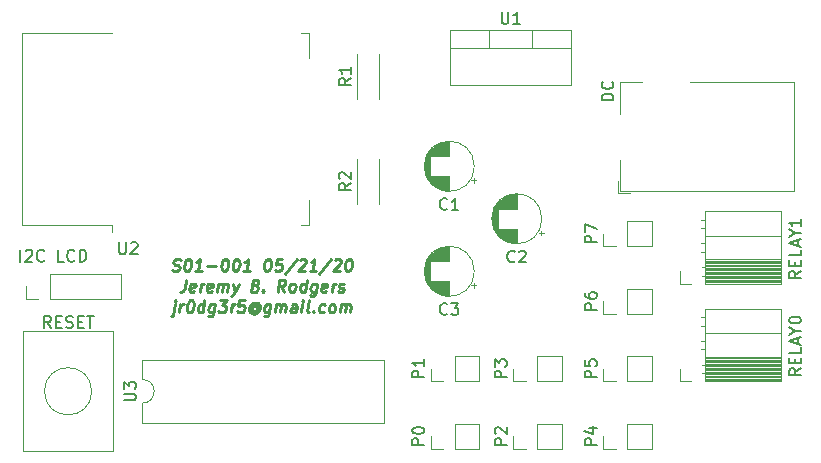
<source format=gbr>
G04 #@! TF.GenerationSoftware,KiCad,Pcbnew,(5.1.5-0-10_14)*
G04 #@! TF.CreationDate,2020-05-21T12:23:14-05:00*
G04 #@! TF.ProjectId,esp12e-oven,65737031-3265-42d6-9f76-656e2e6b6963,rev?*
G04 #@! TF.SameCoordinates,Original*
G04 #@! TF.FileFunction,Legend,Top*
G04 #@! TF.FilePolarity,Positive*
%FSLAX46Y46*%
G04 Gerber Fmt 4.6, Leading zero omitted, Abs format (unit mm)*
G04 Created by KiCad (PCBNEW (5.1.5-0-10_14)) date 2020-05-21 12:23:14*
%MOMM*%
%LPD*%
G04 APERTURE LIST*
%ADD10C,0.250000*%
%ADD11C,0.120000*%
%ADD12C,0.150000*%
G04 APERTURE END LIST*
D10*
X50111413Y-54534761D02*
X50248318Y-54582380D01*
X50486413Y-54582380D01*
X50587604Y-54534761D01*
X50641175Y-54487142D01*
X50700699Y-54391904D01*
X50712604Y-54296666D01*
X50676889Y-54201428D01*
X50635223Y-54153809D01*
X50545937Y-54106190D01*
X50361413Y-54058571D01*
X50272127Y-54010952D01*
X50230461Y-53963333D01*
X50194747Y-53868095D01*
X50206651Y-53772857D01*
X50266175Y-53677619D01*
X50319747Y-53630000D01*
X50420937Y-53582380D01*
X50659032Y-53582380D01*
X50795937Y-53630000D01*
X51420937Y-53582380D02*
X51516175Y-53582380D01*
X51605461Y-53630000D01*
X51647127Y-53677619D01*
X51682842Y-53772857D01*
X51706651Y-53963333D01*
X51676889Y-54201428D01*
X51605461Y-54391904D01*
X51545937Y-54487142D01*
X51492366Y-54534761D01*
X51391175Y-54582380D01*
X51295937Y-54582380D01*
X51206651Y-54534761D01*
X51164985Y-54487142D01*
X51129270Y-54391904D01*
X51105461Y-54201428D01*
X51135223Y-53963333D01*
X51206651Y-53772857D01*
X51266175Y-53677619D01*
X51319747Y-53630000D01*
X51420937Y-53582380D01*
X52581651Y-54582380D02*
X52010223Y-54582380D01*
X52295937Y-54582380D02*
X52420937Y-53582380D01*
X52307842Y-53725238D01*
X52200699Y-53820476D01*
X52099508Y-53868095D01*
X53057842Y-54201428D02*
X53819747Y-54201428D01*
X54563794Y-53582380D02*
X54659032Y-53582380D01*
X54748318Y-53630000D01*
X54789985Y-53677619D01*
X54825699Y-53772857D01*
X54849508Y-53963333D01*
X54819747Y-54201428D01*
X54748318Y-54391904D01*
X54688794Y-54487142D01*
X54635223Y-54534761D01*
X54534032Y-54582380D01*
X54438794Y-54582380D01*
X54349508Y-54534761D01*
X54307842Y-54487142D01*
X54272127Y-54391904D01*
X54248318Y-54201428D01*
X54278080Y-53963333D01*
X54349508Y-53772857D01*
X54409032Y-53677619D01*
X54462604Y-53630000D01*
X54563794Y-53582380D01*
X55516175Y-53582380D02*
X55611413Y-53582380D01*
X55700699Y-53630000D01*
X55742366Y-53677619D01*
X55778080Y-53772857D01*
X55801889Y-53963333D01*
X55772127Y-54201428D01*
X55700699Y-54391904D01*
X55641175Y-54487142D01*
X55587604Y-54534761D01*
X55486413Y-54582380D01*
X55391175Y-54582380D01*
X55301889Y-54534761D01*
X55260223Y-54487142D01*
X55224508Y-54391904D01*
X55200699Y-54201428D01*
X55230461Y-53963333D01*
X55301889Y-53772857D01*
X55361413Y-53677619D01*
X55414985Y-53630000D01*
X55516175Y-53582380D01*
X56676889Y-54582380D02*
X56105461Y-54582380D01*
X56391175Y-54582380D02*
X56516175Y-53582380D01*
X56403080Y-53725238D01*
X56295937Y-53820476D01*
X56194747Y-53868095D01*
X58182842Y-53582380D02*
X58278080Y-53582380D01*
X58367366Y-53630000D01*
X58409032Y-53677619D01*
X58444747Y-53772857D01*
X58468556Y-53963333D01*
X58438794Y-54201428D01*
X58367366Y-54391904D01*
X58307842Y-54487142D01*
X58254270Y-54534761D01*
X58153080Y-54582380D01*
X58057842Y-54582380D01*
X57968556Y-54534761D01*
X57926889Y-54487142D01*
X57891175Y-54391904D01*
X57867366Y-54201428D01*
X57897127Y-53963333D01*
X57968556Y-53772857D01*
X58028080Y-53677619D01*
X58081651Y-53630000D01*
X58182842Y-53582380D01*
X59420937Y-53582380D02*
X58944747Y-53582380D01*
X58837604Y-54058571D01*
X58891175Y-54010952D01*
X58992366Y-53963333D01*
X59230461Y-53963333D01*
X59319747Y-54010952D01*
X59361413Y-54058571D01*
X59397127Y-54153809D01*
X59367366Y-54391904D01*
X59307842Y-54487142D01*
X59254270Y-54534761D01*
X59153080Y-54582380D01*
X58914985Y-54582380D01*
X58825699Y-54534761D01*
X58784032Y-54487142D01*
X60617366Y-53534761D02*
X59599508Y-54820476D01*
X60885223Y-53677619D02*
X60938794Y-53630000D01*
X61039985Y-53582380D01*
X61278080Y-53582380D01*
X61367366Y-53630000D01*
X61409032Y-53677619D01*
X61444747Y-53772857D01*
X61432842Y-53868095D01*
X61367366Y-54010952D01*
X60724508Y-54582380D01*
X61343556Y-54582380D01*
X62295937Y-54582380D02*
X61724508Y-54582380D01*
X62010223Y-54582380D02*
X62135223Y-53582380D01*
X62022127Y-53725238D01*
X61914985Y-53820476D01*
X61813794Y-53868095D01*
X63569747Y-53534761D02*
X62551889Y-54820476D01*
X63837604Y-53677619D02*
X63891175Y-53630000D01*
X63992366Y-53582380D01*
X64230461Y-53582380D01*
X64319747Y-53630000D01*
X64361413Y-53677619D01*
X64397127Y-53772857D01*
X64385223Y-53868095D01*
X64319747Y-54010952D01*
X63676889Y-54582380D01*
X64295937Y-54582380D01*
X65039985Y-53582380D02*
X65135223Y-53582380D01*
X65224508Y-53630000D01*
X65266175Y-53677619D01*
X65301889Y-53772857D01*
X65325699Y-53963333D01*
X65295937Y-54201428D01*
X65224508Y-54391904D01*
X65164985Y-54487142D01*
X65111413Y-54534761D01*
X65010223Y-54582380D01*
X64914985Y-54582380D01*
X64825699Y-54534761D01*
X64784032Y-54487142D01*
X64748318Y-54391904D01*
X64724508Y-54201428D01*
X64754270Y-53963333D01*
X64825699Y-53772857D01*
X64885223Y-53677619D01*
X64938794Y-53630000D01*
X65039985Y-53582380D01*
X51230461Y-55332380D02*
X51141175Y-56046666D01*
X51075699Y-56189523D01*
X50968556Y-56284761D01*
X50819747Y-56332380D01*
X50724508Y-56332380D01*
X51968556Y-56284761D02*
X51867366Y-56332380D01*
X51676889Y-56332380D01*
X51587604Y-56284761D01*
X51551889Y-56189523D01*
X51599508Y-55808571D01*
X51659032Y-55713333D01*
X51760223Y-55665714D01*
X51950699Y-55665714D01*
X52039985Y-55713333D01*
X52075699Y-55808571D01*
X52063794Y-55903809D01*
X51575699Y-55999047D01*
X52438794Y-56332380D02*
X52522127Y-55665714D01*
X52498318Y-55856190D02*
X52557842Y-55760952D01*
X52611413Y-55713333D01*
X52712604Y-55665714D01*
X52807842Y-55665714D01*
X53444747Y-56284761D02*
X53343556Y-56332380D01*
X53153080Y-56332380D01*
X53063794Y-56284761D01*
X53028080Y-56189523D01*
X53075699Y-55808571D01*
X53135223Y-55713333D01*
X53236413Y-55665714D01*
X53426889Y-55665714D01*
X53516175Y-55713333D01*
X53551889Y-55808571D01*
X53539985Y-55903809D01*
X53051889Y-55999047D01*
X53914985Y-56332380D02*
X53998318Y-55665714D01*
X53986413Y-55760952D02*
X54039985Y-55713333D01*
X54141175Y-55665714D01*
X54284032Y-55665714D01*
X54373318Y-55713333D01*
X54409032Y-55808571D01*
X54343556Y-56332380D01*
X54409032Y-55808571D02*
X54468556Y-55713333D01*
X54569747Y-55665714D01*
X54712604Y-55665714D01*
X54801889Y-55713333D01*
X54837604Y-55808571D01*
X54772127Y-56332380D01*
X55236413Y-55665714D02*
X55391175Y-56332380D01*
X55712604Y-55665714D02*
X55391175Y-56332380D01*
X55266175Y-56570476D01*
X55212604Y-56618095D01*
X55111413Y-56665714D01*
X57170937Y-55808571D02*
X57307842Y-55856190D01*
X57349508Y-55903809D01*
X57385223Y-55999047D01*
X57367366Y-56141904D01*
X57307842Y-56237142D01*
X57254270Y-56284761D01*
X57153080Y-56332380D01*
X56772127Y-56332380D01*
X56897127Y-55332380D01*
X57230461Y-55332380D01*
X57319747Y-55380000D01*
X57361413Y-55427619D01*
X57397127Y-55522857D01*
X57385223Y-55618095D01*
X57325699Y-55713333D01*
X57272127Y-55760952D01*
X57170937Y-55808571D01*
X56837604Y-55808571D01*
X57784032Y-56237142D02*
X57825699Y-56284761D01*
X57772127Y-56332380D01*
X57730461Y-56284761D01*
X57784032Y-56237142D01*
X57772127Y-56332380D01*
X59581651Y-56332380D02*
X59307842Y-55856190D01*
X59010223Y-56332380D02*
X59135223Y-55332380D01*
X59516175Y-55332380D01*
X59605461Y-55380000D01*
X59647127Y-55427619D01*
X59682842Y-55522857D01*
X59664985Y-55665714D01*
X59605461Y-55760952D01*
X59551889Y-55808571D01*
X59450699Y-55856190D01*
X59069747Y-55856190D01*
X60153080Y-56332380D02*
X60063794Y-56284761D01*
X60022127Y-56237142D01*
X59986413Y-56141904D01*
X60022127Y-55856190D01*
X60081651Y-55760952D01*
X60135223Y-55713333D01*
X60236413Y-55665714D01*
X60379270Y-55665714D01*
X60468556Y-55713333D01*
X60510223Y-55760952D01*
X60545937Y-55856190D01*
X60510223Y-56141904D01*
X60450699Y-56237142D01*
X60397127Y-56284761D01*
X60295937Y-56332380D01*
X60153080Y-56332380D01*
X61343556Y-56332380D02*
X61468556Y-55332380D01*
X61349508Y-56284761D02*
X61248318Y-56332380D01*
X61057842Y-56332380D01*
X60968556Y-56284761D01*
X60926889Y-56237142D01*
X60891175Y-56141904D01*
X60926889Y-55856190D01*
X60986413Y-55760952D01*
X61039985Y-55713333D01*
X61141175Y-55665714D01*
X61331651Y-55665714D01*
X61420937Y-55713333D01*
X62331651Y-55665714D02*
X62230461Y-56475238D01*
X62170937Y-56570476D01*
X62117366Y-56618095D01*
X62016175Y-56665714D01*
X61873318Y-56665714D01*
X61784032Y-56618095D01*
X62254270Y-56284761D02*
X62153080Y-56332380D01*
X61962604Y-56332380D01*
X61873318Y-56284761D01*
X61831651Y-56237142D01*
X61795937Y-56141904D01*
X61831651Y-55856190D01*
X61891175Y-55760952D01*
X61944747Y-55713333D01*
X62045937Y-55665714D01*
X62236413Y-55665714D01*
X62325699Y-55713333D01*
X63111413Y-56284761D02*
X63010223Y-56332380D01*
X62819747Y-56332380D01*
X62730461Y-56284761D01*
X62694747Y-56189523D01*
X62742366Y-55808571D01*
X62801889Y-55713333D01*
X62903080Y-55665714D01*
X63093556Y-55665714D01*
X63182842Y-55713333D01*
X63218556Y-55808571D01*
X63206651Y-55903809D01*
X62718556Y-55999047D01*
X63581651Y-56332380D02*
X63664985Y-55665714D01*
X63641175Y-55856190D02*
X63700699Y-55760952D01*
X63754270Y-55713333D01*
X63855461Y-55665714D01*
X63950699Y-55665714D01*
X64159032Y-56284761D02*
X64248318Y-56332380D01*
X64438794Y-56332380D01*
X64539985Y-56284761D01*
X64599508Y-56189523D01*
X64605461Y-56141904D01*
X64569747Y-56046666D01*
X64480461Y-55999047D01*
X64337604Y-55999047D01*
X64248318Y-55951428D01*
X64212604Y-55856190D01*
X64218556Y-55808571D01*
X64278080Y-55713333D01*
X64379270Y-55665714D01*
X64522127Y-55665714D01*
X64611413Y-55713333D01*
X50307842Y-57415714D02*
X50200699Y-58272857D01*
X50141175Y-58368095D01*
X50039985Y-58415714D01*
X49992366Y-58415714D01*
X50349508Y-57082380D02*
X50295937Y-57130000D01*
X50337604Y-57177619D01*
X50391175Y-57130000D01*
X50349508Y-57082380D01*
X50337604Y-57177619D01*
X50700699Y-58082380D02*
X50784032Y-57415714D01*
X50760223Y-57606190D02*
X50819747Y-57510952D01*
X50873318Y-57463333D01*
X50974508Y-57415714D01*
X51069747Y-57415714D01*
X51635223Y-57082380D02*
X51730461Y-57082380D01*
X51819747Y-57130000D01*
X51861413Y-57177619D01*
X51897127Y-57272857D01*
X51920937Y-57463333D01*
X51891175Y-57701428D01*
X51819747Y-57891904D01*
X51760223Y-57987142D01*
X51706651Y-58034761D01*
X51605461Y-58082380D01*
X51510223Y-58082380D01*
X51420937Y-58034761D01*
X51379270Y-57987142D01*
X51343556Y-57891904D01*
X51319747Y-57701428D01*
X51349508Y-57463333D01*
X51420937Y-57272857D01*
X51480461Y-57177619D01*
X51534032Y-57130000D01*
X51635223Y-57082380D01*
X52700699Y-58082380D02*
X52825699Y-57082380D01*
X52706651Y-58034761D02*
X52605461Y-58082380D01*
X52414985Y-58082380D01*
X52325699Y-58034761D01*
X52284032Y-57987142D01*
X52248318Y-57891904D01*
X52284032Y-57606190D01*
X52343556Y-57510952D01*
X52397127Y-57463333D01*
X52498318Y-57415714D01*
X52688794Y-57415714D01*
X52778080Y-57463333D01*
X53688794Y-57415714D02*
X53587604Y-58225238D01*
X53528080Y-58320476D01*
X53474508Y-58368095D01*
X53373318Y-58415714D01*
X53230461Y-58415714D01*
X53141175Y-58368095D01*
X53611413Y-58034761D02*
X53510223Y-58082380D01*
X53319747Y-58082380D01*
X53230461Y-58034761D01*
X53188794Y-57987142D01*
X53153080Y-57891904D01*
X53188794Y-57606190D01*
X53248318Y-57510952D01*
X53301889Y-57463333D01*
X53403080Y-57415714D01*
X53593556Y-57415714D01*
X53682842Y-57463333D01*
X54111413Y-57082380D02*
X54730461Y-57082380D01*
X54349508Y-57463333D01*
X54492366Y-57463333D01*
X54581651Y-57510952D01*
X54623318Y-57558571D01*
X54659032Y-57653809D01*
X54629270Y-57891904D01*
X54569747Y-57987142D01*
X54516175Y-58034761D01*
X54414985Y-58082380D01*
X54129270Y-58082380D01*
X54039985Y-58034761D01*
X53998318Y-57987142D01*
X55034032Y-58082380D02*
X55117366Y-57415714D01*
X55093556Y-57606190D02*
X55153080Y-57510952D01*
X55206651Y-57463333D01*
X55307842Y-57415714D01*
X55403080Y-57415714D01*
X56254270Y-57082380D02*
X55778080Y-57082380D01*
X55670937Y-57558571D01*
X55724508Y-57510952D01*
X55825699Y-57463333D01*
X56063794Y-57463333D01*
X56153080Y-57510952D01*
X56194747Y-57558571D01*
X56230461Y-57653809D01*
X56200699Y-57891904D01*
X56141175Y-57987142D01*
X56087604Y-58034761D01*
X55986413Y-58082380D01*
X55748318Y-58082380D01*
X55659032Y-58034761D01*
X55617366Y-57987142D01*
X57284032Y-57606190D02*
X57242366Y-57558571D01*
X57153080Y-57510952D01*
X57057842Y-57510952D01*
X56956651Y-57558571D01*
X56903080Y-57606190D01*
X56843556Y-57701428D01*
X56831651Y-57796666D01*
X56867366Y-57891904D01*
X56909032Y-57939523D01*
X56998318Y-57987142D01*
X57093556Y-57987142D01*
X57194747Y-57939523D01*
X57248318Y-57891904D01*
X57295937Y-57510952D02*
X57248318Y-57891904D01*
X57289985Y-57939523D01*
X57337604Y-57939523D01*
X57438794Y-57891904D01*
X57498318Y-57796666D01*
X57528080Y-57558571D01*
X57450699Y-57415714D01*
X57319747Y-57320476D01*
X57135223Y-57272857D01*
X56938794Y-57320476D01*
X56784032Y-57415714D01*
X56670937Y-57558571D01*
X56599508Y-57749047D01*
X56623318Y-57939523D01*
X56700699Y-58082380D01*
X56831651Y-58177619D01*
X57016175Y-58225238D01*
X57212604Y-58177619D01*
X57367366Y-58082380D01*
X58403080Y-57415714D02*
X58301889Y-58225238D01*
X58242366Y-58320476D01*
X58188794Y-58368095D01*
X58087604Y-58415714D01*
X57944747Y-58415714D01*
X57855461Y-58368095D01*
X58325699Y-58034761D02*
X58224508Y-58082380D01*
X58034032Y-58082380D01*
X57944747Y-58034761D01*
X57903080Y-57987142D01*
X57867366Y-57891904D01*
X57903080Y-57606190D01*
X57962604Y-57510952D01*
X58016175Y-57463333D01*
X58117366Y-57415714D01*
X58307842Y-57415714D01*
X58397127Y-57463333D01*
X58795937Y-58082380D02*
X58879270Y-57415714D01*
X58867366Y-57510952D02*
X58920937Y-57463333D01*
X59022127Y-57415714D01*
X59164985Y-57415714D01*
X59254270Y-57463333D01*
X59289985Y-57558571D01*
X59224508Y-58082380D01*
X59289985Y-57558571D02*
X59349508Y-57463333D01*
X59450699Y-57415714D01*
X59593556Y-57415714D01*
X59682842Y-57463333D01*
X59718556Y-57558571D01*
X59653080Y-58082380D01*
X60557842Y-58082380D02*
X60623318Y-57558571D01*
X60587604Y-57463333D01*
X60498318Y-57415714D01*
X60307842Y-57415714D01*
X60206651Y-57463333D01*
X60563794Y-58034761D02*
X60462604Y-58082380D01*
X60224508Y-58082380D01*
X60135223Y-58034761D01*
X60099508Y-57939523D01*
X60111413Y-57844285D01*
X60170937Y-57749047D01*
X60272127Y-57701428D01*
X60510223Y-57701428D01*
X60611413Y-57653809D01*
X61034032Y-58082380D02*
X61117366Y-57415714D01*
X61159032Y-57082380D02*
X61105461Y-57130000D01*
X61147127Y-57177619D01*
X61200699Y-57130000D01*
X61159032Y-57082380D01*
X61147127Y-57177619D01*
X61653080Y-58082380D02*
X61563794Y-58034761D01*
X61528080Y-57939523D01*
X61635223Y-57082380D01*
X62045937Y-57987142D02*
X62087604Y-58034761D01*
X62034032Y-58082380D01*
X61992366Y-58034761D01*
X62045937Y-57987142D01*
X62034032Y-58082380D01*
X62944747Y-58034761D02*
X62843556Y-58082380D01*
X62653080Y-58082380D01*
X62563794Y-58034761D01*
X62522127Y-57987142D01*
X62486413Y-57891904D01*
X62522127Y-57606190D01*
X62581651Y-57510952D01*
X62635223Y-57463333D01*
X62736413Y-57415714D01*
X62926889Y-57415714D01*
X63016175Y-57463333D01*
X63510223Y-58082380D02*
X63420937Y-58034761D01*
X63379270Y-57987142D01*
X63343556Y-57891904D01*
X63379270Y-57606190D01*
X63438794Y-57510952D01*
X63492366Y-57463333D01*
X63593556Y-57415714D01*
X63736413Y-57415714D01*
X63825699Y-57463333D01*
X63867366Y-57510952D01*
X63903080Y-57606190D01*
X63867366Y-57891904D01*
X63807842Y-57987142D01*
X63754270Y-58034761D01*
X63653080Y-58082380D01*
X63510223Y-58082380D01*
X64272127Y-58082380D02*
X64355461Y-57415714D01*
X64343556Y-57510952D02*
X64397127Y-57463333D01*
X64498318Y-57415714D01*
X64641175Y-57415714D01*
X64730461Y-57463333D01*
X64766175Y-57558571D01*
X64700699Y-58082380D01*
X64766175Y-57558571D02*
X64825699Y-57463333D01*
X64926889Y-57415714D01*
X65069747Y-57415714D01*
X65159032Y-57463333D01*
X65194747Y-57558571D01*
X65129270Y-58082380D01*
D11*
X88000000Y-47780000D02*
X88000000Y-45180000D01*
X102700000Y-47780000D02*
X88000000Y-47780000D01*
X88000000Y-38580000D02*
X89900000Y-38580000D01*
X88000000Y-41280000D02*
X88000000Y-38580000D01*
X102700000Y-38580000D02*
X102700000Y-47780000D01*
X93900000Y-38580000D02*
X102700000Y-38580000D01*
X88850000Y-47980000D02*
X87800000Y-47980000D01*
X87800000Y-46930000D02*
X87800000Y-47980000D01*
X86570000Y-52495000D02*
X86570000Y-51435000D01*
X87630000Y-52495000D02*
X86570000Y-52495000D01*
X88630000Y-52495000D02*
X88630000Y-50375000D01*
X88630000Y-50375000D02*
X90690000Y-50375000D01*
X88630000Y-52495000D02*
X90690000Y-52495000D01*
X90690000Y-52495000D02*
X90690000Y-50375000D01*
X86570000Y-58210000D02*
X86570000Y-57150000D01*
X87630000Y-58210000D02*
X86570000Y-58210000D01*
X88630000Y-58210000D02*
X88630000Y-56090000D01*
X88630000Y-56090000D02*
X90690000Y-56090000D01*
X88630000Y-58210000D02*
X90690000Y-58210000D01*
X90690000Y-58210000D02*
X90690000Y-56090000D01*
X86570000Y-63925000D02*
X86570000Y-62865000D01*
X87630000Y-63925000D02*
X86570000Y-63925000D01*
X88630000Y-63925000D02*
X88630000Y-61805000D01*
X88630000Y-61805000D02*
X90690000Y-61805000D01*
X88630000Y-63925000D02*
X90690000Y-63925000D01*
X90690000Y-63925000D02*
X90690000Y-61805000D01*
X86570000Y-69640000D02*
X86570000Y-68580000D01*
X87630000Y-69640000D02*
X86570000Y-69640000D01*
X88630000Y-69640000D02*
X88630000Y-67520000D01*
X88630000Y-67520000D02*
X90690000Y-67520000D01*
X88630000Y-69640000D02*
X90690000Y-69640000D01*
X90690000Y-69640000D02*
X90690000Y-67520000D01*
X93980000Y-55670000D02*
X93045000Y-55670000D01*
X93045000Y-55670000D02*
X93045000Y-54610000D01*
X101660000Y-55670000D02*
X101660000Y-49550000D01*
X101660000Y-49550000D02*
X95190000Y-49550000D01*
X95190000Y-55670000D02*
X95190000Y-49550000D01*
X101660000Y-55670000D02*
X95190000Y-55670000D01*
X101660000Y-51610000D02*
X95190000Y-51610000D01*
X101660000Y-53610000D02*
X95190000Y-53610000D01*
X95190000Y-50250000D02*
X94842917Y-50250000D01*
X95190000Y-50970000D02*
X94842917Y-50970000D01*
X95190000Y-52250000D02*
X94842917Y-52250000D01*
X95190000Y-52970000D02*
X94842917Y-52970000D01*
X95190000Y-54250000D02*
X94915000Y-54250000D01*
X95190000Y-54970000D02*
X94915000Y-54970000D01*
X101660000Y-53724112D02*
X95190000Y-53724112D01*
X101660000Y-53838230D02*
X95190000Y-53838230D01*
X101660000Y-53952348D02*
X95190000Y-53952348D01*
X101660000Y-54066466D02*
X95190000Y-54066466D01*
X101660000Y-54180584D02*
X95190000Y-54180584D01*
X101660000Y-54294702D02*
X95190000Y-54294702D01*
X101660000Y-54408820D02*
X95190000Y-54408820D01*
X101660000Y-54522938D02*
X95190000Y-54522938D01*
X101660000Y-54637056D02*
X95190000Y-54637056D01*
X101660000Y-54751174D02*
X95190000Y-54751174D01*
X101660000Y-54865292D02*
X95190000Y-54865292D01*
X101660000Y-54979410D02*
X95190000Y-54979410D01*
X101660000Y-55093528D02*
X95190000Y-55093528D01*
X101660000Y-55207646D02*
X95190000Y-55207646D01*
X101660000Y-55321764D02*
X95190000Y-55321764D01*
X101660000Y-55435882D02*
X95190000Y-55435882D01*
X101660000Y-55550000D02*
X95190000Y-55550000D01*
X93980000Y-63925000D02*
X93045000Y-63925000D01*
X93045000Y-63925000D02*
X93045000Y-62865000D01*
X101660000Y-63925000D02*
X101660000Y-57805000D01*
X101660000Y-57805000D02*
X95190000Y-57805000D01*
X95190000Y-63925000D02*
X95190000Y-57805000D01*
X101660000Y-63925000D02*
X95190000Y-63925000D01*
X101660000Y-59865000D02*
X95190000Y-59865000D01*
X101660000Y-61865000D02*
X95190000Y-61865000D01*
X95190000Y-58505000D02*
X94842917Y-58505000D01*
X95190000Y-59225000D02*
X94842917Y-59225000D01*
X95190000Y-60505000D02*
X94842917Y-60505000D01*
X95190000Y-61225000D02*
X94842917Y-61225000D01*
X95190000Y-62505000D02*
X94915000Y-62505000D01*
X95190000Y-63225000D02*
X94915000Y-63225000D01*
X101660000Y-61979112D02*
X95190000Y-61979112D01*
X101660000Y-62093230D02*
X95190000Y-62093230D01*
X101660000Y-62207348D02*
X95190000Y-62207348D01*
X101660000Y-62321466D02*
X95190000Y-62321466D01*
X101660000Y-62435584D02*
X95190000Y-62435584D01*
X101660000Y-62549702D02*
X95190000Y-62549702D01*
X101660000Y-62663820D02*
X95190000Y-62663820D01*
X101660000Y-62777938D02*
X95190000Y-62777938D01*
X101660000Y-62892056D02*
X95190000Y-62892056D01*
X101660000Y-63006174D02*
X95190000Y-63006174D01*
X101660000Y-63120292D02*
X95190000Y-63120292D01*
X101660000Y-63234410D02*
X95190000Y-63234410D01*
X101660000Y-63348528D02*
X95190000Y-63348528D01*
X101660000Y-63462646D02*
X95190000Y-63462646D01*
X101660000Y-63576764D02*
X95190000Y-63576764D01*
X101660000Y-63690882D02*
X95190000Y-63690882D01*
X101660000Y-63805000D02*
X95190000Y-63805000D01*
X78950000Y-63925000D02*
X78950000Y-62865000D01*
X80010000Y-63925000D02*
X78950000Y-63925000D01*
X81010000Y-63925000D02*
X81010000Y-61805000D01*
X81010000Y-61805000D02*
X83070000Y-61805000D01*
X81010000Y-63925000D02*
X83070000Y-63925000D01*
X83070000Y-63925000D02*
X83070000Y-61805000D01*
X78950000Y-69640000D02*
X78950000Y-68580000D01*
X80010000Y-69640000D02*
X78950000Y-69640000D01*
X81010000Y-69640000D02*
X81010000Y-67520000D01*
X81010000Y-67520000D02*
X83070000Y-67520000D01*
X81010000Y-69640000D02*
X83070000Y-69640000D01*
X83070000Y-69640000D02*
X83070000Y-67520000D01*
X37675000Y-56940000D02*
X37675000Y-55880000D01*
X38735000Y-56940000D02*
X37675000Y-56940000D01*
X39735000Y-56940000D02*
X39735000Y-54820000D01*
X39735000Y-54820000D02*
X45795000Y-54820000D01*
X39735000Y-56940000D02*
X45795000Y-56940000D01*
X45795000Y-56940000D02*
X45795000Y-54820000D01*
X67595000Y-48910000D02*
X67595000Y-45070000D01*
X65755000Y-48910000D02*
X65755000Y-45070000D01*
X45030000Y-50665000D02*
X45030000Y-51275000D01*
X45030000Y-50665000D02*
X37410000Y-50665000D01*
X61650000Y-50665000D02*
X61030000Y-50665000D01*
X61650000Y-48545000D02*
X61650000Y-50665000D01*
X61650000Y-34425000D02*
X61650000Y-36545000D01*
X61030000Y-34425000D02*
X61650000Y-34425000D01*
X37410000Y-34425000D02*
X45030000Y-34425000D01*
X37410000Y-50665000D02*
X37410000Y-34425000D01*
X75614801Y-56005000D02*
X75614801Y-55605000D01*
X75814801Y-55805000D02*
X75414801Y-55805000D01*
X71464000Y-54980000D02*
X71464000Y-54240000D01*
X71504000Y-55147000D02*
X71504000Y-54073000D01*
X71544000Y-55274000D02*
X71544000Y-53946000D01*
X71584000Y-55378000D02*
X71584000Y-53842000D01*
X71624000Y-55469000D02*
X71624000Y-53751000D01*
X71664000Y-55550000D02*
X71664000Y-53670000D01*
X71704000Y-55623000D02*
X71704000Y-53597000D01*
X71744000Y-55690000D02*
X71744000Y-53530000D01*
X71784000Y-55752000D02*
X71784000Y-53468000D01*
X71824000Y-55810000D02*
X71824000Y-53410000D01*
X71864000Y-55864000D02*
X71864000Y-53356000D01*
X71904000Y-55914000D02*
X71904000Y-53306000D01*
X71944000Y-55961000D02*
X71944000Y-53259000D01*
X71984000Y-53770000D02*
X71984000Y-53214000D01*
X71984000Y-56006000D02*
X71984000Y-55450000D01*
X72024000Y-53770000D02*
X72024000Y-53172000D01*
X72024000Y-56048000D02*
X72024000Y-55450000D01*
X72064000Y-53770000D02*
X72064000Y-53132000D01*
X72064000Y-56088000D02*
X72064000Y-55450000D01*
X72104000Y-53770000D02*
X72104000Y-53094000D01*
X72104000Y-56126000D02*
X72104000Y-55450000D01*
X72144000Y-53770000D02*
X72144000Y-53058000D01*
X72144000Y-56162000D02*
X72144000Y-55450000D01*
X72184000Y-53770000D02*
X72184000Y-53023000D01*
X72184000Y-56197000D02*
X72184000Y-55450000D01*
X72224000Y-53770000D02*
X72224000Y-52991000D01*
X72224000Y-56229000D02*
X72224000Y-55450000D01*
X72264000Y-53770000D02*
X72264000Y-52960000D01*
X72264000Y-56260000D02*
X72264000Y-55450000D01*
X72304000Y-53770000D02*
X72304000Y-52930000D01*
X72304000Y-56290000D02*
X72304000Y-55450000D01*
X72344000Y-53770000D02*
X72344000Y-52902000D01*
X72344000Y-56318000D02*
X72344000Y-55450000D01*
X72384000Y-53770000D02*
X72384000Y-52875000D01*
X72384000Y-56345000D02*
X72384000Y-55450000D01*
X72424000Y-53770000D02*
X72424000Y-52850000D01*
X72424000Y-56370000D02*
X72424000Y-55450000D01*
X72464000Y-53770000D02*
X72464000Y-52825000D01*
X72464000Y-56395000D02*
X72464000Y-55450000D01*
X72504000Y-53770000D02*
X72504000Y-52802000D01*
X72504000Y-56418000D02*
X72504000Y-55450000D01*
X72544000Y-53770000D02*
X72544000Y-52780000D01*
X72544000Y-56440000D02*
X72544000Y-55450000D01*
X72584000Y-53770000D02*
X72584000Y-52759000D01*
X72584000Y-56461000D02*
X72584000Y-55450000D01*
X72624000Y-53770000D02*
X72624000Y-52740000D01*
X72624000Y-56480000D02*
X72624000Y-55450000D01*
X72664000Y-53770000D02*
X72664000Y-52721000D01*
X72664000Y-56499000D02*
X72664000Y-55450000D01*
X72704000Y-53770000D02*
X72704000Y-52703000D01*
X72704000Y-56517000D02*
X72704000Y-55450000D01*
X72744000Y-53770000D02*
X72744000Y-52686000D01*
X72744000Y-56534000D02*
X72744000Y-55450000D01*
X72784000Y-53770000D02*
X72784000Y-52670000D01*
X72784000Y-56550000D02*
X72784000Y-55450000D01*
X72824000Y-53770000D02*
X72824000Y-52656000D01*
X72824000Y-56564000D02*
X72824000Y-55450000D01*
X72865000Y-53770000D02*
X72865000Y-52642000D01*
X72865000Y-56578000D02*
X72865000Y-55450000D01*
X72905000Y-53770000D02*
X72905000Y-52628000D01*
X72905000Y-56592000D02*
X72905000Y-55450000D01*
X72945000Y-53770000D02*
X72945000Y-52616000D01*
X72945000Y-56604000D02*
X72945000Y-55450000D01*
X72985000Y-53770000D02*
X72985000Y-52605000D01*
X72985000Y-56615000D02*
X72985000Y-55450000D01*
X73025000Y-53770000D02*
X73025000Y-52594000D01*
X73025000Y-56626000D02*
X73025000Y-55450000D01*
X73065000Y-53770000D02*
X73065000Y-52585000D01*
X73065000Y-56635000D02*
X73065000Y-55450000D01*
X73105000Y-53770000D02*
X73105000Y-52576000D01*
X73105000Y-56644000D02*
X73105000Y-55450000D01*
X73145000Y-53770000D02*
X73145000Y-52568000D01*
X73145000Y-56652000D02*
X73145000Y-55450000D01*
X73185000Y-53770000D02*
X73185000Y-52560000D01*
X73185000Y-56660000D02*
X73185000Y-55450000D01*
X73225000Y-53770000D02*
X73225000Y-52554000D01*
X73225000Y-56666000D02*
X73225000Y-55450000D01*
X73265000Y-53770000D02*
X73265000Y-52548000D01*
X73265000Y-56672000D02*
X73265000Y-55450000D01*
X73305000Y-53770000D02*
X73305000Y-52543000D01*
X73305000Y-56677000D02*
X73305000Y-55450000D01*
X73345000Y-53770000D02*
X73345000Y-52539000D01*
X73345000Y-56681000D02*
X73345000Y-55450000D01*
X73385000Y-53770000D02*
X73385000Y-52536000D01*
X73385000Y-56684000D02*
X73385000Y-55450000D01*
X73425000Y-53770000D02*
X73425000Y-52533000D01*
X73425000Y-56687000D02*
X73425000Y-55450000D01*
X73465000Y-56689000D02*
X73465000Y-55450000D01*
X73465000Y-53770000D02*
X73465000Y-52531000D01*
X73505000Y-56690000D02*
X73505000Y-55450000D01*
X73505000Y-53770000D02*
X73505000Y-52530000D01*
X73545000Y-56690000D02*
X73545000Y-55450000D01*
X73545000Y-53770000D02*
X73545000Y-52530000D01*
X75665000Y-54610000D02*
G75*
G03X75665000Y-54610000I-2120000J0D01*
G01*
X81329801Y-51560000D02*
X81329801Y-51160000D01*
X81529801Y-51360000D02*
X81129801Y-51360000D01*
X77179000Y-50535000D02*
X77179000Y-49795000D01*
X77219000Y-50702000D02*
X77219000Y-49628000D01*
X77259000Y-50829000D02*
X77259000Y-49501000D01*
X77299000Y-50933000D02*
X77299000Y-49397000D01*
X77339000Y-51024000D02*
X77339000Y-49306000D01*
X77379000Y-51105000D02*
X77379000Y-49225000D01*
X77419000Y-51178000D02*
X77419000Y-49152000D01*
X77459000Y-51245000D02*
X77459000Y-49085000D01*
X77499000Y-51307000D02*
X77499000Y-49023000D01*
X77539000Y-51365000D02*
X77539000Y-48965000D01*
X77579000Y-51419000D02*
X77579000Y-48911000D01*
X77619000Y-51469000D02*
X77619000Y-48861000D01*
X77659000Y-51516000D02*
X77659000Y-48814000D01*
X77699000Y-49325000D02*
X77699000Y-48769000D01*
X77699000Y-51561000D02*
X77699000Y-51005000D01*
X77739000Y-49325000D02*
X77739000Y-48727000D01*
X77739000Y-51603000D02*
X77739000Y-51005000D01*
X77779000Y-49325000D02*
X77779000Y-48687000D01*
X77779000Y-51643000D02*
X77779000Y-51005000D01*
X77819000Y-49325000D02*
X77819000Y-48649000D01*
X77819000Y-51681000D02*
X77819000Y-51005000D01*
X77859000Y-49325000D02*
X77859000Y-48613000D01*
X77859000Y-51717000D02*
X77859000Y-51005000D01*
X77899000Y-49325000D02*
X77899000Y-48578000D01*
X77899000Y-51752000D02*
X77899000Y-51005000D01*
X77939000Y-49325000D02*
X77939000Y-48546000D01*
X77939000Y-51784000D02*
X77939000Y-51005000D01*
X77979000Y-49325000D02*
X77979000Y-48515000D01*
X77979000Y-51815000D02*
X77979000Y-51005000D01*
X78019000Y-49325000D02*
X78019000Y-48485000D01*
X78019000Y-51845000D02*
X78019000Y-51005000D01*
X78059000Y-49325000D02*
X78059000Y-48457000D01*
X78059000Y-51873000D02*
X78059000Y-51005000D01*
X78099000Y-49325000D02*
X78099000Y-48430000D01*
X78099000Y-51900000D02*
X78099000Y-51005000D01*
X78139000Y-49325000D02*
X78139000Y-48405000D01*
X78139000Y-51925000D02*
X78139000Y-51005000D01*
X78179000Y-49325000D02*
X78179000Y-48380000D01*
X78179000Y-51950000D02*
X78179000Y-51005000D01*
X78219000Y-49325000D02*
X78219000Y-48357000D01*
X78219000Y-51973000D02*
X78219000Y-51005000D01*
X78259000Y-49325000D02*
X78259000Y-48335000D01*
X78259000Y-51995000D02*
X78259000Y-51005000D01*
X78299000Y-49325000D02*
X78299000Y-48314000D01*
X78299000Y-52016000D02*
X78299000Y-51005000D01*
X78339000Y-49325000D02*
X78339000Y-48295000D01*
X78339000Y-52035000D02*
X78339000Y-51005000D01*
X78379000Y-49325000D02*
X78379000Y-48276000D01*
X78379000Y-52054000D02*
X78379000Y-51005000D01*
X78419000Y-49325000D02*
X78419000Y-48258000D01*
X78419000Y-52072000D02*
X78419000Y-51005000D01*
X78459000Y-49325000D02*
X78459000Y-48241000D01*
X78459000Y-52089000D02*
X78459000Y-51005000D01*
X78499000Y-49325000D02*
X78499000Y-48225000D01*
X78499000Y-52105000D02*
X78499000Y-51005000D01*
X78539000Y-49325000D02*
X78539000Y-48211000D01*
X78539000Y-52119000D02*
X78539000Y-51005000D01*
X78580000Y-49325000D02*
X78580000Y-48197000D01*
X78580000Y-52133000D02*
X78580000Y-51005000D01*
X78620000Y-49325000D02*
X78620000Y-48183000D01*
X78620000Y-52147000D02*
X78620000Y-51005000D01*
X78660000Y-49325000D02*
X78660000Y-48171000D01*
X78660000Y-52159000D02*
X78660000Y-51005000D01*
X78700000Y-49325000D02*
X78700000Y-48160000D01*
X78700000Y-52170000D02*
X78700000Y-51005000D01*
X78740000Y-49325000D02*
X78740000Y-48149000D01*
X78740000Y-52181000D02*
X78740000Y-51005000D01*
X78780000Y-49325000D02*
X78780000Y-48140000D01*
X78780000Y-52190000D02*
X78780000Y-51005000D01*
X78820000Y-49325000D02*
X78820000Y-48131000D01*
X78820000Y-52199000D02*
X78820000Y-51005000D01*
X78860000Y-49325000D02*
X78860000Y-48123000D01*
X78860000Y-52207000D02*
X78860000Y-51005000D01*
X78900000Y-49325000D02*
X78900000Y-48115000D01*
X78900000Y-52215000D02*
X78900000Y-51005000D01*
X78940000Y-49325000D02*
X78940000Y-48109000D01*
X78940000Y-52221000D02*
X78940000Y-51005000D01*
X78980000Y-49325000D02*
X78980000Y-48103000D01*
X78980000Y-52227000D02*
X78980000Y-51005000D01*
X79020000Y-49325000D02*
X79020000Y-48098000D01*
X79020000Y-52232000D02*
X79020000Y-51005000D01*
X79060000Y-49325000D02*
X79060000Y-48094000D01*
X79060000Y-52236000D02*
X79060000Y-51005000D01*
X79100000Y-49325000D02*
X79100000Y-48091000D01*
X79100000Y-52239000D02*
X79100000Y-51005000D01*
X79140000Y-49325000D02*
X79140000Y-48088000D01*
X79140000Y-52242000D02*
X79140000Y-51005000D01*
X79180000Y-52244000D02*
X79180000Y-51005000D01*
X79180000Y-49325000D02*
X79180000Y-48086000D01*
X79220000Y-52245000D02*
X79220000Y-51005000D01*
X79220000Y-49325000D02*
X79220000Y-48085000D01*
X79260000Y-52245000D02*
X79260000Y-51005000D01*
X79260000Y-49325000D02*
X79260000Y-48085000D01*
X81380000Y-50165000D02*
G75*
G03X81380000Y-50165000I-2120000J0D01*
G01*
X75614801Y-47115000D02*
X75614801Y-46715000D01*
X75814801Y-46915000D02*
X75414801Y-46915000D01*
X71464000Y-46090000D02*
X71464000Y-45350000D01*
X71504000Y-46257000D02*
X71504000Y-45183000D01*
X71544000Y-46384000D02*
X71544000Y-45056000D01*
X71584000Y-46488000D02*
X71584000Y-44952000D01*
X71624000Y-46579000D02*
X71624000Y-44861000D01*
X71664000Y-46660000D02*
X71664000Y-44780000D01*
X71704000Y-46733000D02*
X71704000Y-44707000D01*
X71744000Y-46800000D02*
X71744000Y-44640000D01*
X71784000Y-46862000D02*
X71784000Y-44578000D01*
X71824000Y-46920000D02*
X71824000Y-44520000D01*
X71864000Y-46974000D02*
X71864000Y-44466000D01*
X71904000Y-47024000D02*
X71904000Y-44416000D01*
X71944000Y-47071000D02*
X71944000Y-44369000D01*
X71984000Y-44880000D02*
X71984000Y-44324000D01*
X71984000Y-47116000D02*
X71984000Y-46560000D01*
X72024000Y-44880000D02*
X72024000Y-44282000D01*
X72024000Y-47158000D02*
X72024000Y-46560000D01*
X72064000Y-44880000D02*
X72064000Y-44242000D01*
X72064000Y-47198000D02*
X72064000Y-46560000D01*
X72104000Y-44880000D02*
X72104000Y-44204000D01*
X72104000Y-47236000D02*
X72104000Y-46560000D01*
X72144000Y-44880000D02*
X72144000Y-44168000D01*
X72144000Y-47272000D02*
X72144000Y-46560000D01*
X72184000Y-44880000D02*
X72184000Y-44133000D01*
X72184000Y-47307000D02*
X72184000Y-46560000D01*
X72224000Y-44880000D02*
X72224000Y-44101000D01*
X72224000Y-47339000D02*
X72224000Y-46560000D01*
X72264000Y-44880000D02*
X72264000Y-44070000D01*
X72264000Y-47370000D02*
X72264000Y-46560000D01*
X72304000Y-44880000D02*
X72304000Y-44040000D01*
X72304000Y-47400000D02*
X72304000Y-46560000D01*
X72344000Y-44880000D02*
X72344000Y-44012000D01*
X72344000Y-47428000D02*
X72344000Y-46560000D01*
X72384000Y-44880000D02*
X72384000Y-43985000D01*
X72384000Y-47455000D02*
X72384000Y-46560000D01*
X72424000Y-44880000D02*
X72424000Y-43960000D01*
X72424000Y-47480000D02*
X72424000Y-46560000D01*
X72464000Y-44880000D02*
X72464000Y-43935000D01*
X72464000Y-47505000D02*
X72464000Y-46560000D01*
X72504000Y-44880000D02*
X72504000Y-43912000D01*
X72504000Y-47528000D02*
X72504000Y-46560000D01*
X72544000Y-44880000D02*
X72544000Y-43890000D01*
X72544000Y-47550000D02*
X72544000Y-46560000D01*
X72584000Y-44880000D02*
X72584000Y-43869000D01*
X72584000Y-47571000D02*
X72584000Y-46560000D01*
X72624000Y-44880000D02*
X72624000Y-43850000D01*
X72624000Y-47590000D02*
X72624000Y-46560000D01*
X72664000Y-44880000D02*
X72664000Y-43831000D01*
X72664000Y-47609000D02*
X72664000Y-46560000D01*
X72704000Y-44880000D02*
X72704000Y-43813000D01*
X72704000Y-47627000D02*
X72704000Y-46560000D01*
X72744000Y-44880000D02*
X72744000Y-43796000D01*
X72744000Y-47644000D02*
X72744000Y-46560000D01*
X72784000Y-44880000D02*
X72784000Y-43780000D01*
X72784000Y-47660000D02*
X72784000Y-46560000D01*
X72824000Y-44880000D02*
X72824000Y-43766000D01*
X72824000Y-47674000D02*
X72824000Y-46560000D01*
X72865000Y-44880000D02*
X72865000Y-43752000D01*
X72865000Y-47688000D02*
X72865000Y-46560000D01*
X72905000Y-44880000D02*
X72905000Y-43738000D01*
X72905000Y-47702000D02*
X72905000Y-46560000D01*
X72945000Y-44880000D02*
X72945000Y-43726000D01*
X72945000Y-47714000D02*
X72945000Y-46560000D01*
X72985000Y-44880000D02*
X72985000Y-43715000D01*
X72985000Y-47725000D02*
X72985000Y-46560000D01*
X73025000Y-44880000D02*
X73025000Y-43704000D01*
X73025000Y-47736000D02*
X73025000Y-46560000D01*
X73065000Y-44880000D02*
X73065000Y-43695000D01*
X73065000Y-47745000D02*
X73065000Y-46560000D01*
X73105000Y-44880000D02*
X73105000Y-43686000D01*
X73105000Y-47754000D02*
X73105000Y-46560000D01*
X73145000Y-44880000D02*
X73145000Y-43678000D01*
X73145000Y-47762000D02*
X73145000Y-46560000D01*
X73185000Y-44880000D02*
X73185000Y-43670000D01*
X73185000Y-47770000D02*
X73185000Y-46560000D01*
X73225000Y-44880000D02*
X73225000Y-43664000D01*
X73225000Y-47776000D02*
X73225000Y-46560000D01*
X73265000Y-44880000D02*
X73265000Y-43658000D01*
X73265000Y-47782000D02*
X73265000Y-46560000D01*
X73305000Y-44880000D02*
X73305000Y-43653000D01*
X73305000Y-47787000D02*
X73305000Y-46560000D01*
X73345000Y-44880000D02*
X73345000Y-43649000D01*
X73345000Y-47791000D02*
X73345000Y-46560000D01*
X73385000Y-44880000D02*
X73385000Y-43646000D01*
X73385000Y-47794000D02*
X73385000Y-46560000D01*
X73425000Y-44880000D02*
X73425000Y-43643000D01*
X73425000Y-47797000D02*
X73425000Y-46560000D01*
X73465000Y-47799000D02*
X73465000Y-46560000D01*
X73465000Y-44880000D02*
X73465000Y-43641000D01*
X73505000Y-47800000D02*
X73505000Y-46560000D01*
X73505000Y-44880000D02*
X73505000Y-43640000D01*
X73545000Y-47800000D02*
X73545000Y-46560000D01*
X73545000Y-44880000D02*
X73545000Y-43640000D01*
X75665000Y-45720000D02*
G75*
G03X75665000Y-45720000I-2120000J0D01*
G01*
X47565000Y-62120000D02*
X47565000Y-63770000D01*
X68005000Y-62120000D02*
X47565000Y-62120000D01*
X68005000Y-67420000D02*
X68005000Y-62120000D01*
X47565000Y-67420000D02*
X68005000Y-67420000D01*
X47565000Y-65770000D02*
X47565000Y-67420000D01*
X47565000Y-63770000D02*
G75*
G02X47565000Y-65770000I0J-1000000D01*
G01*
X80591000Y-34195000D02*
X80591000Y-35705000D01*
X76890000Y-34195000D02*
X76890000Y-35705000D01*
X73620000Y-35705000D02*
X83860000Y-35705000D01*
X83860000Y-34195000D02*
X83860000Y-38836000D01*
X73620000Y-34195000D02*
X73620000Y-38836000D01*
X73620000Y-38836000D02*
X83860000Y-38836000D01*
X73620000Y-34195000D02*
X83860000Y-34195000D01*
X43275000Y-64770000D02*
G75*
G03X43275000Y-64770000I-2000000J0D01*
G01*
X37465000Y-69850000D02*
X45085000Y-69850000D01*
X37465000Y-59690000D02*
X37465000Y-69850000D01*
X37465000Y-59690000D02*
X45085000Y-59690000D01*
X45085000Y-69850000D02*
X45085000Y-59690000D01*
X76085000Y-69640000D02*
X76085000Y-67520000D01*
X74025000Y-69640000D02*
X76085000Y-69640000D01*
X74025000Y-67520000D02*
X76085000Y-67520000D01*
X74025000Y-69640000D02*
X74025000Y-67520000D01*
X73025000Y-69640000D02*
X71965000Y-69640000D01*
X71965000Y-69640000D02*
X71965000Y-68580000D01*
X71965000Y-63925000D02*
X71965000Y-62865000D01*
X73025000Y-63925000D02*
X71965000Y-63925000D01*
X74025000Y-63925000D02*
X74025000Y-61805000D01*
X74025000Y-61805000D02*
X76085000Y-61805000D01*
X74025000Y-63925000D02*
X76085000Y-63925000D01*
X76085000Y-63925000D02*
X76085000Y-61805000D01*
X65755000Y-40020000D02*
X65755000Y-36180000D01*
X67595000Y-40020000D02*
X67595000Y-36180000D01*
D12*
X87447380Y-40131904D02*
X86447380Y-40131904D01*
X86447380Y-39893809D01*
X86495000Y-39750952D01*
X86590238Y-39655714D01*
X86685476Y-39608095D01*
X86875952Y-39560476D01*
X87018809Y-39560476D01*
X87209285Y-39608095D01*
X87304523Y-39655714D01*
X87399761Y-39750952D01*
X87447380Y-39893809D01*
X87447380Y-40131904D01*
X87352142Y-38560476D02*
X87399761Y-38608095D01*
X87447380Y-38750952D01*
X87447380Y-38846190D01*
X87399761Y-38989047D01*
X87304523Y-39084285D01*
X87209285Y-39131904D01*
X87018809Y-39179523D01*
X86875952Y-39179523D01*
X86685476Y-39131904D01*
X86590238Y-39084285D01*
X86495000Y-38989047D01*
X86447380Y-38846190D01*
X86447380Y-38750952D01*
X86495000Y-38608095D01*
X86542619Y-38560476D01*
X86022380Y-52173095D02*
X85022380Y-52173095D01*
X85022380Y-51792142D01*
X85070000Y-51696904D01*
X85117619Y-51649285D01*
X85212857Y-51601666D01*
X85355714Y-51601666D01*
X85450952Y-51649285D01*
X85498571Y-51696904D01*
X85546190Y-51792142D01*
X85546190Y-52173095D01*
X85022380Y-51268333D02*
X85022380Y-50601666D01*
X86022380Y-51030238D01*
X86022380Y-57888095D02*
X85022380Y-57888095D01*
X85022380Y-57507142D01*
X85070000Y-57411904D01*
X85117619Y-57364285D01*
X85212857Y-57316666D01*
X85355714Y-57316666D01*
X85450952Y-57364285D01*
X85498571Y-57411904D01*
X85546190Y-57507142D01*
X85546190Y-57888095D01*
X85022380Y-56459523D02*
X85022380Y-56650000D01*
X85070000Y-56745238D01*
X85117619Y-56792857D01*
X85260476Y-56888095D01*
X85450952Y-56935714D01*
X85831904Y-56935714D01*
X85927142Y-56888095D01*
X85974761Y-56840476D01*
X86022380Y-56745238D01*
X86022380Y-56554761D01*
X85974761Y-56459523D01*
X85927142Y-56411904D01*
X85831904Y-56364285D01*
X85593809Y-56364285D01*
X85498571Y-56411904D01*
X85450952Y-56459523D01*
X85403333Y-56554761D01*
X85403333Y-56745238D01*
X85450952Y-56840476D01*
X85498571Y-56888095D01*
X85593809Y-56935714D01*
X86022380Y-63603095D02*
X85022380Y-63603095D01*
X85022380Y-63222142D01*
X85070000Y-63126904D01*
X85117619Y-63079285D01*
X85212857Y-63031666D01*
X85355714Y-63031666D01*
X85450952Y-63079285D01*
X85498571Y-63126904D01*
X85546190Y-63222142D01*
X85546190Y-63603095D01*
X85022380Y-62126904D02*
X85022380Y-62603095D01*
X85498571Y-62650714D01*
X85450952Y-62603095D01*
X85403333Y-62507857D01*
X85403333Y-62269761D01*
X85450952Y-62174523D01*
X85498571Y-62126904D01*
X85593809Y-62079285D01*
X85831904Y-62079285D01*
X85927142Y-62126904D01*
X85974761Y-62174523D01*
X86022380Y-62269761D01*
X86022380Y-62507857D01*
X85974761Y-62603095D01*
X85927142Y-62650714D01*
X86022380Y-69318095D02*
X85022380Y-69318095D01*
X85022380Y-68937142D01*
X85070000Y-68841904D01*
X85117619Y-68794285D01*
X85212857Y-68746666D01*
X85355714Y-68746666D01*
X85450952Y-68794285D01*
X85498571Y-68841904D01*
X85546190Y-68937142D01*
X85546190Y-69318095D01*
X85355714Y-67889523D02*
X86022380Y-67889523D01*
X84974761Y-68127619D02*
X85689047Y-68365714D01*
X85689047Y-67746666D01*
X103322380Y-54585952D02*
X102846190Y-54919285D01*
X103322380Y-55157380D02*
X102322380Y-55157380D01*
X102322380Y-54776428D01*
X102370000Y-54681190D01*
X102417619Y-54633571D01*
X102512857Y-54585952D01*
X102655714Y-54585952D01*
X102750952Y-54633571D01*
X102798571Y-54681190D01*
X102846190Y-54776428D01*
X102846190Y-55157380D01*
X102798571Y-54157380D02*
X102798571Y-53824047D01*
X103322380Y-53681190D02*
X103322380Y-54157380D01*
X102322380Y-54157380D01*
X102322380Y-53681190D01*
X103322380Y-52776428D02*
X103322380Y-53252619D01*
X102322380Y-53252619D01*
X103036666Y-52490714D02*
X103036666Y-52014523D01*
X103322380Y-52585952D02*
X102322380Y-52252619D01*
X103322380Y-51919285D01*
X102846190Y-51395476D02*
X103322380Y-51395476D01*
X102322380Y-51728809D02*
X102846190Y-51395476D01*
X102322380Y-51062142D01*
X103322380Y-50205000D02*
X103322380Y-50776428D01*
X103322380Y-50490714D02*
X102322380Y-50490714D01*
X102465238Y-50585952D01*
X102560476Y-50681190D01*
X102608095Y-50776428D01*
X103322380Y-62840952D02*
X102846190Y-63174285D01*
X103322380Y-63412380D02*
X102322380Y-63412380D01*
X102322380Y-63031428D01*
X102370000Y-62936190D01*
X102417619Y-62888571D01*
X102512857Y-62840952D01*
X102655714Y-62840952D01*
X102750952Y-62888571D01*
X102798571Y-62936190D01*
X102846190Y-63031428D01*
X102846190Y-63412380D01*
X102798571Y-62412380D02*
X102798571Y-62079047D01*
X103322380Y-61936190D02*
X103322380Y-62412380D01*
X102322380Y-62412380D01*
X102322380Y-61936190D01*
X103322380Y-61031428D02*
X103322380Y-61507619D01*
X102322380Y-61507619D01*
X103036666Y-60745714D02*
X103036666Y-60269523D01*
X103322380Y-60840952D02*
X102322380Y-60507619D01*
X103322380Y-60174285D01*
X102846190Y-59650476D02*
X103322380Y-59650476D01*
X102322380Y-59983809D02*
X102846190Y-59650476D01*
X102322380Y-59317142D01*
X102322380Y-58793333D02*
X102322380Y-58698095D01*
X102370000Y-58602857D01*
X102417619Y-58555238D01*
X102512857Y-58507619D01*
X102703333Y-58460000D01*
X102941428Y-58460000D01*
X103131904Y-58507619D01*
X103227142Y-58555238D01*
X103274761Y-58602857D01*
X103322380Y-58698095D01*
X103322380Y-58793333D01*
X103274761Y-58888571D01*
X103227142Y-58936190D01*
X103131904Y-58983809D01*
X102941428Y-59031428D01*
X102703333Y-59031428D01*
X102512857Y-58983809D01*
X102417619Y-58936190D01*
X102370000Y-58888571D01*
X102322380Y-58793333D01*
X78402380Y-63603095D02*
X77402380Y-63603095D01*
X77402380Y-63222142D01*
X77450000Y-63126904D01*
X77497619Y-63079285D01*
X77592857Y-63031666D01*
X77735714Y-63031666D01*
X77830952Y-63079285D01*
X77878571Y-63126904D01*
X77926190Y-63222142D01*
X77926190Y-63603095D01*
X77402380Y-62698333D02*
X77402380Y-62079285D01*
X77783333Y-62412619D01*
X77783333Y-62269761D01*
X77830952Y-62174523D01*
X77878571Y-62126904D01*
X77973809Y-62079285D01*
X78211904Y-62079285D01*
X78307142Y-62126904D01*
X78354761Y-62174523D01*
X78402380Y-62269761D01*
X78402380Y-62555476D01*
X78354761Y-62650714D01*
X78307142Y-62698333D01*
X78402380Y-69318095D02*
X77402380Y-69318095D01*
X77402380Y-68937142D01*
X77450000Y-68841904D01*
X77497619Y-68794285D01*
X77592857Y-68746666D01*
X77735714Y-68746666D01*
X77830952Y-68794285D01*
X77878571Y-68841904D01*
X77926190Y-68937142D01*
X77926190Y-69318095D01*
X77497619Y-68365714D02*
X77450000Y-68318095D01*
X77402380Y-68222857D01*
X77402380Y-67984761D01*
X77450000Y-67889523D01*
X77497619Y-67841904D01*
X77592857Y-67794285D01*
X77688095Y-67794285D01*
X77830952Y-67841904D01*
X78402380Y-68413333D01*
X78402380Y-67794285D01*
X37243095Y-53792380D02*
X37243095Y-52792380D01*
X37671666Y-52887619D02*
X37719285Y-52840000D01*
X37814523Y-52792380D01*
X38052619Y-52792380D01*
X38147857Y-52840000D01*
X38195476Y-52887619D01*
X38243095Y-52982857D01*
X38243095Y-53078095D01*
X38195476Y-53220952D01*
X37624047Y-53792380D01*
X38243095Y-53792380D01*
X39243095Y-53697142D02*
X39195476Y-53744761D01*
X39052619Y-53792380D01*
X38957380Y-53792380D01*
X38814523Y-53744761D01*
X38719285Y-53649523D01*
X38671666Y-53554285D01*
X38624047Y-53363809D01*
X38624047Y-53220952D01*
X38671666Y-53030476D01*
X38719285Y-52935238D01*
X38814523Y-52840000D01*
X38957380Y-52792380D01*
X39052619Y-52792380D01*
X39195476Y-52840000D01*
X39243095Y-52887619D01*
X40909761Y-53792380D02*
X40433571Y-53792380D01*
X40433571Y-52792380D01*
X41814523Y-53697142D02*
X41766904Y-53744761D01*
X41624047Y-53792380D01*
X41528809Y-53792380D01*
X41385952Y-53744761D01*
X41290714Y-53649523D01*
X41243095Y-53554285D01*
X41195476Y-53363809D01*
X41195476Y-53220952D01*
X41243095Y-53030476D01*
X41290714Y-52935238D01*
X41385952Y-52840000D01*
X41528809Y-52792380D01*
X41624047Y-52792380D01*
X41766904Y-52840000D01*
X41814523Y-52887619D01*
X42243095Y-53792380D02*
X42243095Y-52792380D01*
X42481190Y-52792380D01*
X42624047Y-52840000D01*
X42719285Y-52935238D01*
X42766904Y-53030476D01*
X42814523Y-53220952D01*
X42814523Y-53363809D01*
X42766904Y-53554285D01*
X42719285Y-53649523D01*
X42624047Y-53744761D01*
X42481190Y-53792380D01*
X42243095Y-53792380D01*
X65207380Y-47156666D02*
X64731190Y-47490000D01*
X65207380Y-47728095D02*
X64207380Y-47728095D01*
X64207380Y-47347142D01*
X64255000Y-47251904D01*
X64302619Y-47204285D01*
X64397857Y-47156666D01*
X64540714Y-47156666D01*
X64635952Y-47204285D01*
X64683571Y-47251904D01*
X64731190Y-47347142D01*
X64731190Y-47728095D01*
X64302619Y-46775714D02*
X64255000Y-46728095D01*
X64207380Y-46632857D01*
X64207380Y-46394761D01*
X64255000Y-46299523D01*
X64302619Y-46251904D01*
X64397857Y-46204285D01*
X64493095Y-46204285D01*
X64635952Y-46251904D01*
X65207380Y-46823333D01*
X65207380Y-46204285D01*
X45593095Y-52157380D02*
X45593095Y-52966904D01*
X45640714Y-53062142D01*
X45688333Y-53109761D01*
X45783571Y-53157380D01*
X45974047Y-53157380D01*
X46069285Y-53109761D01*
X46116904Y-53062142D01*
X46164523Y-52966904D01*
X46164523Y-52157380D01*
X46593095Y-52252619D02*
X46640714Y-52205000D01*
X46735952Y-52157380D01*
X46974047Y-52157380D01*
X47069285Y-52205000D01*
X47116904Y-52252619D01*
X47164523Y-52347857D01*
X47164523Y-52443095D01*
X47116904Y-52585952D01*
X46545476Y-53157380D01*
X47164523Y-53157380D01*
X73378333Y-58217142D02*
X73330714Y-58264761D01*
X73187857Y-58312380D01*
X73092619Y-58312380D01*
X72949761Y-58264761D01*
X72854523Y-58169523D01*
X72806904Y-58074285D01*
X72759285Y-57883809D01*
X72759285Y-57740952D01*
X72806904Y-57550476D01*
X72854523Y-57455238D01*
X72949761Y-57360000D01*
X73092619Y-57312380D01*
X73187857Y-57312380D01*
X73330714Y-57360000D01*
X73378333Y-57407619D01*
X73711666Y-57312380D02*
X74330714Y-57312380D01*
X73997380Y-57693333D01*
X74140238Y-57693333D01*
X74235476Y-57740952D01*
X74283095Y-57788571D01*
X74330714Y-57883809D01*
X74330714Y-58121904D01*
X74283095Y-58217142D01*
X74235476Y-58264761D01*
X74140238Y-58312380D01*
X73854523Y-58312380D01*
X73759285Y-58264761D01*
X73711666Y-58217142D01*
X79093333Y-53772142D02*
X79045714Y-53819761D01*
X78902857Y-53867380D01*
X78807619Y-53867380D01*
X78664761Y-53819761D01*
X78569523Y-53724523D01*
X78521904Y-53629285D01*
X78474285Y-53438809D01*
X78474285Y-53295952D01*
X78521904Y-53105476D01*
X78569523Y-53010238D01*
X78664761Y-52915000D01*
X78807619Y-52867380D01*
X78902857Y-52867380D01*
X79045714Y-52915000D01*
X79093333Y-52962619D01*
X79474285Y-52962619D02*
X79521904Y-52915000D01*
X79617142Y-52867380D01*
X79855238Y-52867380D01*
X79950476Y-52915000D01*
X79998095Y-52962619D01*
X80045714Y-53057857D01*
X80045714Y-53153095D01*
X79998095Y-53295952D01*
X79426666Y-53867380D01*
X80045714Y-53867380D01*
X73378333Y-49327142D02*
X73330714Y-49374761D01*
X73187857Y-49422380D01*
X73092619Y-49422380D01*
X72949761Y-49374761D01*
X72854523Y-49279523D01*
X72806904Y-49184285D01*
X72759285Y-48993809D01*
X72759285Y-48850952D01*
X72806904Y-48660476D01*
X72854523Y-48565238D01*
X72949761Y-48470000D01*
X73092619Y-48422380D01*
X73187857Y-48422380D01*
X73330714Y-48470000D01*
X73378333Y-48517619D01*
X74330714Y-49422380D02*
X73759285Y-49422380D01*
X74045000Y-49422380D02*
X74045000Y-48422380D01*
X73949761Y-48565238D01*
X73854523Y-48660476D01*
X73759285Y-48708095D01*
X46017380Y-65531904D02*
X46826904Y-65531904D01*
X46922142Y-65484285D01*
X46969761Y-65436666D01*
X47017380Y-65341428D01*
X47017380Y-65150952D01*
X46969761Y-65055714D01*
X46922142Y-65008095D01*
X46826904Y-64960476D01*
X46017380Y-64960476D01*
X46017380Y-64579523D02*
X46017380Y-63960476D01*
X46398333Y-64293809D01*
X46398333Y-64150952D01*
X46445952Y-64055714D01*
X46493571Y-64008095D01*
X46588809Y-63960476D01*
X46826904Y-63960476D01*
X46922142Y-64008095D01*
X46969761Y-64055714D01*
X47017380Y-64150952D01*
X47017380Y-64436666D01*
X46969761Y-64531904D01*
X46922142Y-64579523D01*
X77978095Y-32647380D02*
X77978095Y-33456904D01*
X78025714Y-33552142D01*
X78073333Y-33599761D01*
X78168571Y-33647380D01*
X78359047Y-33647380D01*
X78454285Y-33599761D01*
X78501904Y-33552142D01*
X78549523Y-33456904D01*
X78549523Y-32647380D01*
X79549523Y-33647380D02*
X78978095Y-33647380D01*
X79263809Y-33647380D02*
X79263809Y-32647380D01*
X79168571Y-32790238D01*
X79073333Y-32885476D01*
X78978095Y-32933095D01*
X39822619Y-59412380D02*
X39489285Y-58936190D01*
X39251190Y-59412380D02*
X39251190Y-58412380D01*
X39632142Y-58412380D01*
X39727380Y-58460000D01*
X39775000Y-58507619D01*
X39822619Y-58602857D01*
X39822619Y-58745714D01*
X39775000Y-58840952D01*
X39727380Y-58888571D01*
X39632142Y-58936190D01*
X39251190Y-58936190D01*
X40251190Y-58888571D02*
X40584523Y-58888571D01*
X40727380Y-59412380D02*
X40251190Y-59412380D01*
X40251190Y-58412380D01*
X40727380Y-58412380D01*
X41108333Y-59364761D02*
X41251190Y-59412380D01*
X41489285Y-59412380D01*
X41584523Y-59364761D01*
X41632142Y-59317142D01*
X41679761Y-59221904D01*
X41679761Y-59126666D01*
X41632142Y-59031428D01*
X41584523Y-58983809D01*
X41489285Y-58936190D01*
X41298809Y-58888571D01*
X41203571Y-58840952D01*
X41155952Y-58793333D01*
X41108333Y-58698095D01*
X41108333Y-58602857D01*
X41155952Y-58507619D01*
X41203571Y-58460000D01*
X41298809Y-58412380D01*
X41536904Y-58412380D01*
X41679761Y-58460000D01*
X42108333Y-58888571D02*
X42441666Y-58888571D01*
X42584523Y-59412380D02*
X42108333Y-59412380D01*
X42108333Y-58412380D01*
X42584523Y-58412380D01*
X42870238Y-58412380D02*
X43441666Y-58412380D01*
X43155952Y-59412380D02*
X43155952Y-58412380D01*
X71417380Y-69318095D02*
X70417380Y-69318095D01*
X70417380Y-68937142D01*
X70465000Y-68841904D01*
X70512619Y-68794285D01*
X70607857Y-68746666D01*
X70750714Y-68746666D01*
X70845952Y-68794285D01*
X70893571Y-68841904D01*
X70941190Y-68937142D01*
X70941190Y-69318095D01*
X70417380Y-68127619D02*
X70417380Y-68032380D01*
X70465000Y-67937142D01*
X70512619Y-67889523D01*
X70607857Y-67841904D01*
X70798333Y-67794285D01*
X71036428Y-67794285D01*
X71226904Y-67841904D01*
X71322142Y-67889523D01*
X71369761Y-67937142D01*
X71417380Y-68032380D01*
X71417380Y-68127619D01*
X71369761Y-68222857D01*
X71322142Y-68270476D01*
X71226904Y-68318095D01*
X71036428Y-68365714D01*
X70798333Y-68365714D01*
X70607857Y-68318095D01*
X70512619Y-68270476D01*
X70465000Y-68222857D01*
X70417380Y-68127619D01*
X71417380Y-63603095D02*
X70417380Y-63603095D01*
X70417380Y-63222142D01*
X70465000Y-63126904D01*
X70512619Y-63079285D01*
X70607857Y-63031666D01*
X70750714Y-63031666D01*
X70845952Y-63079285D01*
X70893571Y-63126904D01*
X70941190Y-63222142D01*
X70941190Y-63603095D01*
X71417380Y-62079285D02*
X71417380Y-62650714D01*
X71417380Y-62365000D02*
X70417380Y-62365000D01*
X70560238Y-62460238D01*
X70655476Y-62555476D01*
X70703095Y-62650714D01*
X65207380Y-38266666D02*
X64731190Y-38600000D01*
X65207380Y-38838095D02*
X64207380Y-38838095D01*
X64207380Y-38457142D01*
X64255000Y-38361904D01*
X64302619Y-38314285D01*
X64397857Y-38266666D01*
X64540714Y-38266666D01*
X64635952Y-38314285D01*
X64683571Y-38361904D01*
X64731190Y-38457142D01*
X64731190Y-38838095D01*
X65207380Y-37314285D02*
X65207380Y-37885714D01*
X65207380Y-37600000D02*
X64207380Y-37600000D01*
X64350238Y-37695238D01*
X64445476Y-37790476D01*
X64493095Y-37885714D01*
M02*

</source>
